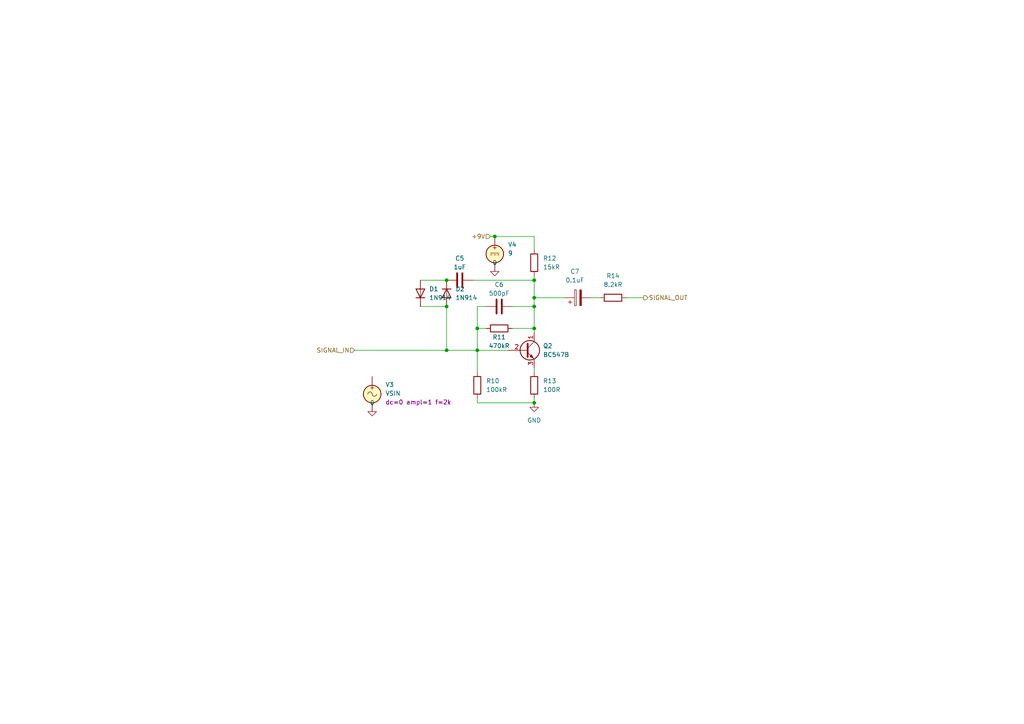
<source format=kicad_sch>
(kicad_sch (version 20211123) (generator eeschema)
  (paper "A4")
  (lib_symbols
    (symbol "Device:C" (pin_numbers hide) (pin_names (offset 0.254))
      (property "Reference" "C" (at 0.635 2.54 0))
      (property "Value" "C" (at 0.635 -2.54 0))
      (symbol "C_0_1"
        (polyline (pts (xy -2.032 -0.762) (xy 2.032 -0.762)) (stroke (width 0.508)))
        (polyline (pts (xy -2.032 0.762) (xy 2.032 0.762)) (stroke (width 0.508)))
      )
      (symbol "C_1_1"
        (pin passive line (at 0 3.81 270) (length 2.794) (name "~") (number "1"))
        (pin passive line (at 0 -3.81 90) (length 2.794) (name "~") (number "2"))
      )
    )
    (symbol "Device:C_Polarized" (pin_numbers hide) (pin_names (offset 0.254))
      (property "Reference" "C" (at 0.635 2.54 0))
      (property "Value" "C_Polarized" (at 0.635 -2.54 0))
      (symbol "C_Polarized_0_1"
        (rectangle (start -2.286 0.508) (end 2.286 1.016))
        (polyline (pts (xy -1.778 2.286) (xy -0.762 2.286)))
        (polyline (pts (xy -1.27 2.794) (xy -1.27 1.778)))
        (rectangle (start 2.286 -0.508) (end -2.286 -1.016) (fill (type outline)))
      )
      (symbol "C_Polarized_1_1"
        (pin passive line (at 0 3.81 270) (length 2.794) (name "~") (number "1"))
        (pin passive line (at 0 -3.81 90) (length 2.794) (name "~") (number "2"))
      )
    )
    (symbol "Device:D" (pin_numbers hide) (pin_names (offset 1.016) hide)
      (property "Reference" "D" (at 0 2.54 0))
      (property "Value" "D" (at 0 -2.54 0))
      (symbol "D_0_1"
        (polyline (pts (xy -1.27 1.27) (xy -1.27 -1.27)) (stroke (width 0.254)))
        (polyline (pts (xy 1.27 0) (xy -1.27 0)))
        (polyline (pts (xy 1.27 1.27) (xy 1.27 -1.27) (xy -1.27 0) (xy 1.27 1.27)) (stroke (width 0.254)))
      )
      (symbol "D_1_1"
        (pin passive line (at -3.81 0 0) (length 2.54) (name "K") (number "1"))
        (pin passive line (at 3.81 0 180) (length 2.54) (name "A") (number "2"))
      )
    )
    (symbol "Device:R" (pin_numbers hide) (pin_names (offset 0))
      (property "Reference" "R" (at 2.032 0 90))
      (property "Value" "R" (at 0 0 90))
      (symbol "R_0_1"
        (rectangle (start -1.016 -2.54) (end 1.016 2.54) (stroke (width 0.254)))
      )
      (symbol "R_1_1"
        (pin passive line (at 0 3.81 270) (length 1.27) (name "~") (number "1"))
        (pin passive line (at 0 -3.81 90) (length 1.27) (name "~") (number "2"))
      )
    )
    (symbol "Simulation_SPICE:VDC" (pin_numbers hide) (pin_names (offset 0.0254))
      (property "Reference" "V" (at 2.54 2.54 0))
      (property "Value" "VDC" (at 2.54 0 0))
      (property "Spice_Model" "dc(1)" (at 2.54 -2.54 0))
      (symbol "VDC_0_0"
        (polyline (pts (xy -1.27 0.254) (xy 1.27 0.254)))
        (polyline (pts (xy -0.762 -0.254) (xy -1.27 -0.254)))
        (polyline (pts (xy 0.254 -0.254) (xy -0.254 -0.254)))
        (polyline (pts (xy 1.27 -0.254) (xy 0.762 -0.254)))
        (text "+" (at 0 1.905 0) (effects (font (size 1.27 1.27))))
      )
      (symbol "VDC_0_1"
        (circle (center 0 0) (radius 2.54) (stroke (width 0.254)) (fill (type background)))
      )
      (symbol "VDC_1_1"
        (pin passive line (at 0 5.08 270) (length 2.54) (name "~") (number "1"))
        (pin passive line (at 0 -5.08 90) (length 2.54) (name "~") (number "2"))
      )
    )
    (symbol "Simulation_SPICE:VSIN" (pin_numbers hide) (pin_names (offset 0.0254))
      (property "Reference" "V" (at 2.54 2.54 0))
      (property "Value" "VSIN" (at 2.54 0 0))
      (property "Spice_Model" "sin(0 1 1k)" (at 2.54 -2.54 0))
      (symbol "VSIN_0_0"
        (arc (start 0 0) (mid -0.635 0.635) (end -1.27 0))
        (arc (start 0 0) (mid 0.635 -0.635) (end 1.27 0))
        (text "+" (at 0 1.905 0) (effects (font (size 1.27 1.27))))
      )
      (symbol "VSIN_0_1"
        (circle (center 0 0) (radius 2.54) (stroke (width 0.254)) (fill (type background)))
      )
      (symbol "VSIN_1_1"
        (pin passive line (at 0 5.08 270) (length 2.54) (name "~") (number "1"))
        (pin passive line (at 0 -5.08 90) (length 2.54) (name "~") (number "2"))
      )
    )
    (symbol "Transistor_BJT:BC547" (pin_names (offset 0) hide)
      (property "Reference" "Q" (at 5.08 1.905 0))
      (property "Value" "BC547" (at 5.08 0 0))
      (symbol "BC547_0_1"
        (polyline (pts (xy 0 0) (xy 0.635 0)))
        (polyline (pts (xy 0.635 0.635) (xy 2.54 2.54)))
        (polyline (pts (xy 0.635 -0.635) (xy 2.54 -2.54) (xy 2.54 -2.54)))
        (polyline (pts (xy 0.635 1.905) (xy 0.635 -1.905) (xy 0.635 -1.905)) (stroke (width 0.508)))
        (polyline (pts (xy 1.27 -1.778) (xy 1.778 -1.27) (xy 2.286 -2.286) (xy 1.27 -1.778) (xy 1.27 -1.778)) (fill (type outline)))
        (circle (center 1.27 0) (radius 2.8194) (stroke (width 0.254)))
      )
      (symbol "BC547_1_1"
        (pin passive line (at 2.54 5.08 270) (length 2.54) (name "C") (number "1"))
        (pin input line (at -5.08 0 0) (length 5.08) (name "B") (number "2"))
        (pin passive line (at 2.54 -5.08 90) (length 2.54) (name "E") (number "3"))
      )
    )
    (symbol "power:GND" (power) (pin_names (offset 0))
      (property "Value" "GND" (at 0 -3.81 0))
      (symbol "GND_0_1"
        (polyline (pts (xy 0 0) (xy 0 -1.27) (xy 1.27 -1.27) (xy 0 -2.54) (xy -1.27 -1.27) (xy 0 -1.27)))
      )
      (symbol "GND_1_1"
        (pin power_in line (at 0 0 270) (length 0) hide (name "GND") (number "1"))
      )
    )
    (symbol "pspice:0" (power) (pin_names (offset 0))
      (property "Value" "0" (at 0 -1.778 0))
      (symbol "0_0_1"
        (polyline (pts (xy -1.27 0) (xy 0 -1.27) (xy 1.27 0) (xy -1.27 0)))
      )
      (symbol "0_1_1"
        (pin power_in line (at 0 0 0) (length 0) hide (name "0") (number "1"))
      )
    )
  )
  (junction (at 138.43 101.6))
  (junction (at 138.43 95.25))
  (junction (at 154.94 116.84))
  (junction (at 154.94 88.9))
  (junction (at 154.94 95.25))
  (junction (at 129.54 88.9))
  (junction (at 129.54 81.28))
  (junction (at 154.94 86.36))
  (junction (at 143.51 68.58))
  (junction (at 154.94 81.28))
  (junction (at 129.54 101.6))
  (wire (pts (xy 154.94 115.57) (xy 154.94 116.84)))
  (wire (pts (xy 148.59 95.25) (xy 154.94 95.25)))
  (wire (pts (xy 129.54 101.6) (xy 138.43 101.6)))
  (wire (pts (xy 121.92 88.9) (xy 129.54 88.9)))
  (wire (pts (xy 154.94 80.01) (xy 154.94 81.28)))
  (wire (pts (xy 171.45 86.36) (xy 173.99 86.36)))
  (wire (pts (xy 154.94 86.36) (xy 163.83 86.36)))
  (wire (pts (xy 138.43 95.25) (xy 140.97 95.25)))
  (wire (pts (xy 143.51 68.58) (xy 154.94 68.58)))
  (wire (pts (xy 129.54 101.6) (xy 129.54 88.9)))
  (wire (pts (xy 154.94 106.68) (xy 154.94 107.95)))
  (wire (pts (xy 154.94 72.39) (xy 154.94 68.58)))
  (wire (pts (xy 154.94 81.28) (xy 154.94 86.36)))
  (wire (pts (xy 138.43 88.9) (xy 138.43 95.25)))
  (wire (pts (xy 147.32 101.6) (xy 138.43 101.6)))
  (wire (pts (xy 102.87 101.6) (xy 129.54 101.6)))
  (wire (pts (xy 154.94 95.25) (xy 154.94 96.52)))
  (wire (pts (xy 138.43 116.84) (xy 154.94 116.84)))
  (wire (pts (xy 137.16 81.28) (xy 154.94 81.28)))
  (wire (pts (xy 121.92 81.28) (xy 129.54 81.28)))
  (wire (pts (xy 140.97 88.9) (xy 138.43 88.9)))
  (wire (pts (xy 154.94 86.36) (xy 154.94 88.9)))
  (wire (pts (xy 142.24 68.58) (xy 143.51 68.58)))
  (wire (pts (xy 138.43 101.6) (xy 138.43 107.95)))
  (wire (pts (xy 181.61 86.36) (xy 186.69 86.36)))
  (wire (pts (xy 154.94 88.9) (xy 154.94 95.25)))
  (wire (pts (xy 138.43 95.25) (xy 138.43 101.6)))
  (wire (pts (xy 148.59 88.9) (xy 154.94 88.9)))
  (wire (pts (xy 138.43 115.57) (xy 138.43 116.84)))
  (hierarchical_label "SIGNAL_IN" (shape input) (at 102.87 101.6 180))
  (hierarchical_label "+9V" (shape input) (at 142.24 68.58 180))
  (hierarchical_label "SIGNAL_OUT" (shape output) (at 186.69 86.36 0))
  (symbol (lib_id "Device:C") (at 144.78 88.9 90) (unit 1)
    (property "Reference" "C6" (at 144.78 82.55 90))
    (property "Value" "500pF" (at 144.78 85.09 90))
  )
  (symbol (lib_id "Device:R") (at 154.94 76.2 0) (unit 1)
    (property "Reference" "R12" (at 157.48 74.9299 0) (effects (justify left)))
    (property "Value" "15kR" (at 157.48 77.4699 0) (effects (justify left)))
  )
  (symbol (lib_id "power:GND") (at 154.94 116.84 0) (unit 1)
    (property "Reference" "#PWR?" (effects hide))
    (property "Value" "GND" (at 154.94 121.92 0))
  )
  (symbol (lib_id "Device:R") (at 154.94 111.76 0) (unit 1)
    (property "Reference" "R13" (at 157.48 110.4899 0) (effects (justify left)))
    (property "Value" "100R" (at 157.48 113.0299 0) (effects (justify left)))
  )
  (symbol (lib_id "pspice:0") (at 107.95 119.38 0) (unit 1)
    (property "Reference" "#GND?" (effects hide))
    (property "Value" "0" (at 107.95 116.84 0))
  )
  (symbol (lib_id "Device:R") (at 177.8 86.36 90) (unit 1)
    (property "Reference" "R14" (at 177.8 80.01 90))
    (property "Value" "8.2kR" (at 177.8 82.55 90))
  )
  (symbol (lib_id "Device:R") (at 138.43 111.76 0) (unit 1)
    (property "Reference" "R10" (at 140.97 110.4899 0) (effects (justify left)))
    (property "Value" "100kR" (at 140.97 113.0299 0) (effects (justify left)))
  )
  (symbol (lib_id "pspice:0") (at 143.51 78.74 0) (unit 1)
    (property "Reference" "#GND?" (effects hide))
    (property "Value" "0" (at 143.51 76.2 0))
  )
  (symbol (lib_id "Device:D") (at 121.92 85.09 90) (unit 1)
    (property "Reference" "D1" (at 124.46 83.8199 90) (effects (justify right)))
    (property "Value" "1N914" (at 124.46 86.3599 90) (effects (justify right)))
    (property "Footprint" "Diode_THT:D_DO-35_SOD27_P7.62mm_Horizontal" (effects hide))
    (property "Spice_Primitive" "D" (effects hide))
    (property "Spice_Model" "1N914" (effects hide))
    (property "Spice_Netlist_Enabled" "Y" (effects hide))
    (property "Spice_Lib_File" "/home/liam/big_muff_pi_copy/SPICE_MODELS.lib" (effects hide))
  )
  (symbol (lib_id "Device:R") (at 144.78 95.25 90) (unit 1)
    (property "Reference" "R11" (at 144.78 97.79 90))
    (property "Value" "470kR" (at 144.78 100.33 90))
  )
  (symbol (lib_id "Simulation_SPICE:VDC") (at 143.51 73.66 0) (unit 1)
    (property "Reference" "V4" (at 147.32 70.9301 0) (effects (justify left)))
    (property "Value" "VDC" (at 147.32 73.4701 0) (effects (justify left)))
    (property "Spice_Netlist_Enabled" "Y" (effects hide))
    (property "Spice_Primitive" "V" (effects hide))
    (property "Spice_Model" "dc 9" (at 147.32 76.0101 0) (effects (justify left)))
  )
  (symbol (lib_id "Device:C_Polarized") (at 167.64 86.36 90) (unit 1)
    (property "Reference" "C7" (at 166.751 78.74 90))
    (property "Value" "0.1uF" (at 166.751 81.28 90))
  )
  (symbol (lib_id "Device:C") (at 133.35 81.28 90) (unit 1)
    (property "Reference" "C5" (at 133.35 74.93 90))
    (property "Value" "1uF" (at 133.35 77.47 90))
  )
  (symbol (lib_id "Device:D") (at 129.54 85.09 270) (unit 1)
    (property "Reference" "D2" (at 132.08 83.8199 90) (effects (justify left)))
    (property "Value" "1N914" (at 132.08 86.3599 90) (effects (justify left)))
    (property "Footprint" "Diode_THT:D_DO-35_SOD27_P7.62mm_Horizontal" (effects hide))
    (property "Spice_Primitive" "D" (effects hide))
    (property "Spice_Model" "1N914" (effects hide))
    (property "Spice_Netlist_Enabled" "Y" (effects hide))
    (property "Spice_Lib_File" "/home/liam/big_muff_pi_copy/SPICE_MODELS.lib" (effects hide))
  )
  (symbol (lib_id "Transistor_BJT:BC547") (at 152.4 101.6 0) (unit 1)
    (property "Reference" "Q2" (at 157.48 100.3299 0) (effects (justify left)))
    (property "Value" "BC547B" (at 157.48 102.8699 0) (effects (justify left)))
    (property "Footprint" "Package_TO_SOT_THT:TO-92_Inline" (effects hide))
    (property "Datasheet" "https://www.onsemi.com/pub/Collateral/BC550-D.pdf" (effects hide))
  )
  (symbol (lib_id "Simulation_SPICE:VSIN") (at 107.95 114.3 0) (unit 1)
    (property "Reference" "V3" (at 111.76 111.5701 0) (effects (justify left)))
    (property "Value" "VSIN" (at 111.76 114.1101 0) (effects (justify left)))
    (property "Spice_Netlist_Enabled" "Y" (effects hide))
    (property "Spice_Primitive" "V" (effects hide))
    (property "Spice_Model" "sin(0 1 2k)" (at 111.76 116.6501 0) (effects (justify left)))
  )
)
</source>
